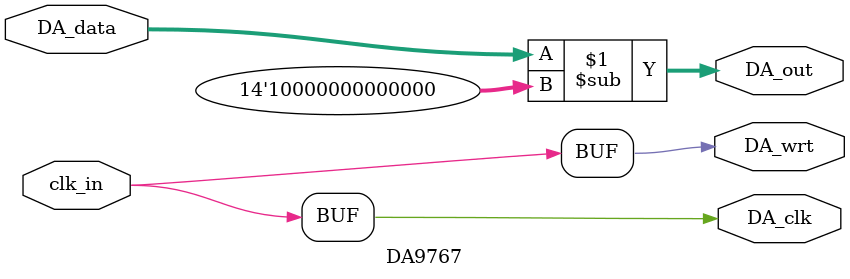
<source format=v>
module DA9767(	// file.cleaned.mlir:2:3
  input         clk_in,	// file.cleaned.mlir:2:24
  input  [13:0] DA_data,	// file.cleaned.mlir:2:41
  output        DA_clk,	// file.cleaned.mlir:2:61
                DA_wrt,	// file.cleaned.mlir:2:78
  output [13:0] DA_out	// file.cleaned.mlir:2:95
);

  assign DA_clk = clk_in;	// file.cleaned.mlir:5:5
  assign DA_wrt = clk_in;	// file.cleaned.mlir:5:5
  assign DA_out = DA_data - 14'h2000;	// file.cleaned.mlir:4:10, :5:5
endmodule


</source>
